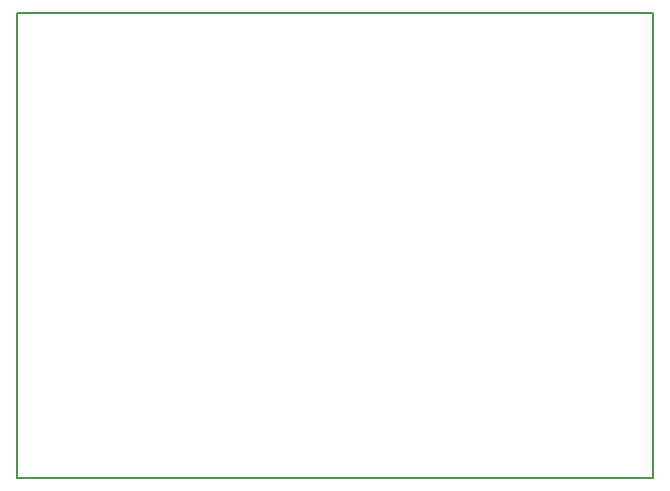
<source format=gko>
G04*
G04 #@! TF.GenerationSoftware,Altium Limited,Altium Designer,21.3.2 (30)*
G04*
G04 Layer_Color=16711935*
%FSLAX25Y25*%
%MOIN*%
G70*
G04*
G04 #@! TF.SameCoordinates,C5881F53-B4D9-470E-9162-C71BBDC8BDA1*
G04*
G04*
G04 #@! TF.FilePolarity,Positive*
G04*
G01*
G75*
%ADD10C,0.00787*%
D10*
X175000Y253000D02*
Y408000D01*
Y253000D02*
X387000D01*
Y408000D01*
X175000D02*
X387000D01*
M02*

</source>
